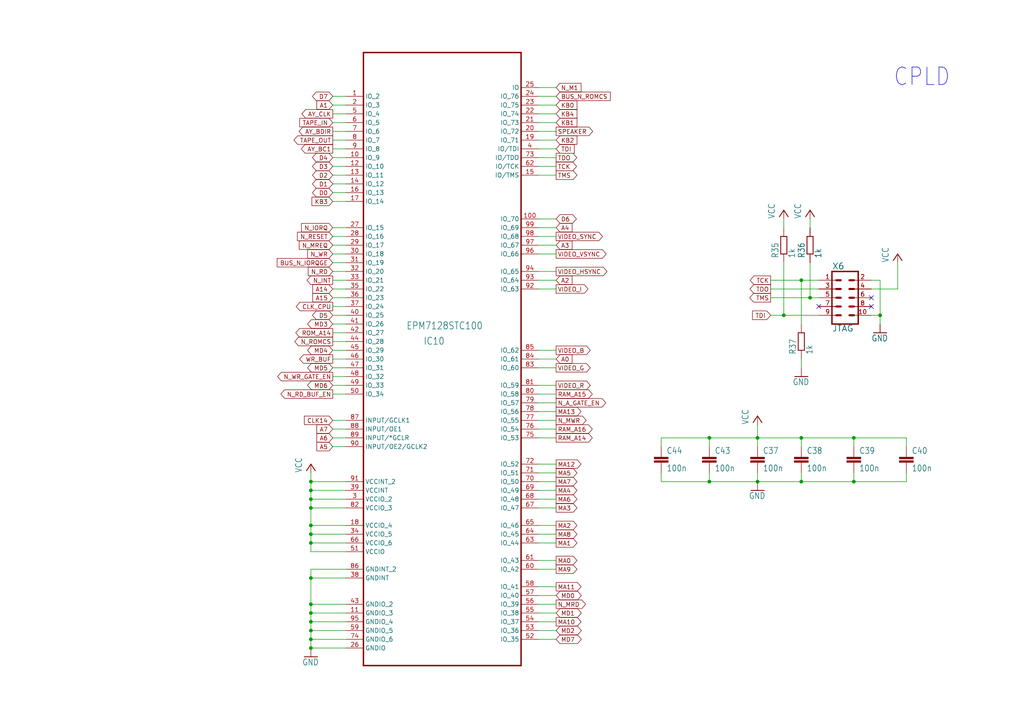
<source format=kicad_sch>
(kicad_sch (version 20230121) (generator eeschema)
  (paper "A4")
  (title_block (title "Karabas-128") (date "2023-07-26") (rev "B2") (comment 2 "Andy Karpov"))
  (lib_symbols
    (symbol "karabas_128-eagle-import:C-EUC0805"
      (property "Reference" "C" (at 1.524 0.381 0))
      (symbol "C-EUC0805_1_0"
        (rectangle (start -2.032 -2.032) (end 2.032 -1.524) (fill (type outline)))
        (rectangle (start -2.032 -1.016) (end 2.032 -0.508) (fill (type outline)))
        (polyline (pts (xy 0 -2.54) (xy 0 -2.032)) (stroke (width 0.1524)))
        (polyline (pts (xy 0 0) (xy 0 -0.508)) (stroke (width 0.1524)))
        (pin passive line (at 0 2.54 270) (length 2.54) (name "1") (number "1"))
        (pin passive line (at 0 -5.08 90) (length 2.54) (name "2") (number "2"))
      )
    )
    (symbol "karabas_128-eagle-import:CONN_05X2SHD"
      (property "Reference" "J" (at -3.81 8.128 0))
      (symbol "CONN_05X2SHD_1_0"
        (polyline (pts (xy -3.81 7.62) (xy -3.81 -7.62)) (stroke (width 0.4064)))
        (polyline (pts (xy -3.81 7.62) (xy 3.81 7.62)) (stroke (width 0.4064)))
        (polyline (pts (xy -1.27 -5.08) (xy -2.54 -5.08)) (stroke (width 0.6096)))
        (polyline (pts (xy -1.27 -2.54) (xy -2.54 -2.54)) (stroke (width 0.6096)))
        (polyline (pts (xy -1.27 0) (xy -2.54 0)) (stroke (width 0.6096)))
        (polyline (pts (xy -1.27 2.54) (xy -2.54 2.54)) (stroke (width 0.6096)))
        (polyline (pts (xy -1.27 5.08) (xy -2.54 5.08)) (stroke (width 0.6096)))
        (polyline (pts (xy 1.27 -5.08) (xy 2.54 -5.08)) (stroke (width 0.6096)))
        (polyline (pts (xy 1.27 -2.54) (xy 2.54 -2.54)) (stroke (width 0.6096)))
        (polyline (pts (xy 1.27 0) (xy 2.54 0)) (stroke (width 0.6096)))
        (polyline (pts (xy 1.27 2.54) (xy 2.54 2.54)) (stroke (width 0.6096)))
        (polyline (pts (xy 1.27 5.08) (xy 2.54 5.08)) (stroke (width 0.6096)))
        (polyline (pts (xy 3.81 -7.62) (xy -3.81 -7.62)) (stroke (width 0.4064)))
        (polyline (pts (xy 3.81 -7.62) (xy 3.81 7.62)) (stroke (width 0.4064)))
        (pin passive line (at -7.62 5.08 0) (length 5.08) (name "1") (number "1"))
        (pin passive line (at 7.62 -5.08 180) (length 5.08) (name "10") (number "10"))
        (pin passive line (at 7.62 5.08 180) (length 5.08) (name "2") (number "2"))
        (pin passive line (at -7.62 2.54 0) (length 5.08) (name "3") (number "3"))
        (pin passive line (at 7.62 2.54 180) (length 5.08) (name "4") (number "4"))
        (pin passive line (at -7.62 0 0) (length 5.08) (name "5") (number "5"))
        (pin passive line (at 7.62 0 180) (length 5.08) (name "6") (number "6"))
        (pin passive line (at -7.62 -2.54 0) (length 5.08) (name "7") (number "7"))
        (pin passive line (at 7.62 -2.54 180) (length 5.08) (name "8") (number "8"))
        (pin passive line (at -7.62 -5.08 0) (length 5.08) (name "9") (number "9"))
      )
    )
    (symbol "karabas_128-eagle-import:EPM7128STC100-15N"
      (property "Reference" "U" (at -5.5118 87.9094 0))
      (symbol "EPM7128STC100-15N_1_0"
        (polyline (pts (xy -22.86 -91.44) (xy 22.86 -91.44)) (stroke (width 0.4064)))
        (polyline (pts (xy -22.86 86.36) (xy -22.86 -91.44)) (stroke (width 0.4064)))
        (polyline (pts (xy 22.86 -91.44) (xy 22.86 86.36)) (stroke (width 0.4064)))
        (polyline (pts (xy 22.86 86.36) (xy -22.86 86.36)) (stroke (width 0.4064)))
        (pin bidirectional line (at -27.94 73.66 0) (length 5.08) (name "IO_2") (number "1"))
        (pin bidirectional line (at -27.94 55.88 0) (length 5.08) (name "IO_9") (number "10"))
        (pin bidirectional line (at 27.94 38.1 180) (length 5.08) (name "IO_70") (number "100"))
        (pin passive line (at -27.94 -76.2 0) (length 5.08) (name "GNDIO_3") (number "11"))
        (pin bidirectional line (at -27.94 53.34 0) (length 5.08) (name "IO_10") (number "12"))
        (pin bidirectional line (at -27.94 50.8 0) (length 5.08) (name "IO_11") (number "13"))
        (pin bidirectional line (at -27.94 48.26 0) (length 5.08) (name "IO_12") (number "14"))
        (pin bidirectional line (at 27.94 50.8 180) (length 5.08) (name "IO/TMS") (number "15"))
        (pin bidirectional line (at -27.94 45.72 0) (length 5.08) (name "IO_13") (number "16"))
        (pin bidirectional line (at -27.94 43.18 0) (length 5.08) (name "IO_14") (number "17"))
        (pin power_in line (at -27.94 -50.8 0) (length 5.08) (name "VCCIO_4") (number "18"))
        (pin bidirectional line (at 27.94 60.96 180) (length 5.08) (name "IO_71") (number "19"))
        (pin bidirectional line (at -27.94 71.12 0) (length 5.08) (name "IO_3") (number "2"))
        (pin bidirectional line (at 27.94 63.5 180) (length 5.08) (name "IO_72") (number "20"))
        (pin bidirectional line (at 27.94 66.04 180) (length 5.08) (name "IO_73") (number "21"))
        (pin bidirectional line (at 27.94 68.58 180) (length 5.08) (name "IO_74") (number "22"))
        (pin bidirectional line (at 27.94 71.12 180) (length 5.08) (name "IO_75") (number "23"))
        (pin bidirectional line (at 27.94 73.66 180) (length 5.08) (name "IO_76") (number "24"))
        (pin bidirectional line (at 27.94 76.2 180) (length 5.08) (name "IO") (number "25"))
        (pin passive line (at -27.94 -86.36 0) (length 5.08) (name "GNDIO") (number "26"))
        (pin bidirectional line (at -27.94 35.56 0) (length 5.08) (name "IO_15") (number "27"))
        (pin bidirectional line (at -27.94 33.02 0) (length 5.08) (name "IO_16") (number "28"))
        (pin bidirectional line (at -27.94 30.48 0) (length 5.08) (name "IO_17") (number "29"))
        (pin power_in line (at -27.94 -43.18 0) (length 5.08) (name "VCCIO_2") (number "3"))
        (pin bidirectional line (at -27.94 27.94 0) (length 5.08) (name "IO_18") (number "30"))
        (pin bidirectional line (at -27.94 25.4 0) (length 5.08) (name "IO_19") (number "31"))
        (pin bidirectional line (at -27.94 22.86 0) (length 5.08) (name "IO_20") (number "32"))
        (pin bidirectional line (at -27.94 20.32 0) (length 5.08) (name "IO_21") (number "33"))
        (pin power_in line (at -27.94 -53.34 0) (length 5.08) (name "VCCIO_5") (number "34"))
        (pin bidirectional line (at -27.94 17.78 0) (length 5.08) (name "IO_22") (number "35"))
        (pin bidirectional line (at -27.94 15.24 0) (length 5.08) (name "IO_23") (number "36"))
        (pin bidirectional line (at -27.94 12.7 0) (length 5.08) (name "IO_24") (number "37"))
        (pin passive line (at -27.94 -66.04 0) (length 5.08) (name "GNDINT") (number "38"))
        (pin power_in line (at -27.94 -40.64 0) (length 5.08) (name "VCCINT") (number "39"))
        (pin bidirectional line (at 27.94 58.42 180) (length 5.08) (name "IO/TDI") (number "4"))
        (pin bidirectional line (at -27.94 10.16 0) (length 5.08) (name "IO_25") (number "40"))
        (pin bidirectional line (at -27.94 7.62 0) (length 5.08) (name "IO_26") (number "41"))
        (pin bidirectional line (at -27.94 5.08 0) (length 5.08) (name "IO_27") (number "42"))
        (pin passive line (at -27.94 -73.66 0) (length 5.08) (name "GNDIO_2") (number "43"))
        (pin bidirectional line (at -27.94 2.54 0) (length 5.08) (name "IO_28") (number "44"))
        (pin bidirectional line (at -27.94 0 0) (length 5.08) (name "IO_29") (number "45"))
        (pin bidirectional line (at -27.94 -2.54 0) (length 5.08) (name "IO_30") (number "46"))
        (pin bidirectional line (at -27.94 -5.08 0) (length 5.08) (name "IO_31") (number "47"))
        (pin bidirectional line (at -27.94 -7.62 0) (length 5.08) (name "IO_32") (number "48"))
        (pin bidirectional line (at -27.94 -10.16 0) (length 5.08) (name "IO_33") (number "49"))
        (pin bidirectional line (at -27.94 68.58 0) (length 5.08) (name "IO_4") (number "5"))
        (pin bidirectional line (at -27.94 -12.7 0) (length 5.08) (name "IO_34") (number "50"))
        (pin power_in line (at -27.94 -58.42 0) (length 5.08) (name "VCCIO") (number "51"))
        (pin bidirectional line (at 27.94 -83.82 180) (length 5.08) (name "IO_35") (number "52"))
        (pin bidirectional line (at 27.94 -81.28 180) (length 5.08) (name "IO_36") (number "53"))
        (pin bidirectional line (at 27.94 -78.74 180) (length 5.08) (name "IO_37") (number "54"))
        (pin bidirectional line (at 27.94 -76.2 180) (length 5.08) (name "IO_38") (number "55"))
        (pin bidirectional line (at 27.94 -73.66 180) (length 5.08) (name "IO_39") (number "56"))
        (pin bidirectional line (at 27.94 -71.12 180) (length 5.08) (name "IO_40") (number "57"))
        (pin bidirectional line (at 27.94 -68.58 180) (length 5.08) (name "IO_41") (number "58"))
        (pin passive line (at -27.94 -81.28 0) (length 5.08) (name "GNDIO_5") (number "59"))
        (pin bidirectional line (at -27.94 66.04 0) (length 5.08) (name "IO_5") (number "6"))
        (pin bidirectional line (at 27.94 -63.5 180) (length 5.08) (name "IO_42") (number "60"))
        (pin bidirectional line (at 27.94 -60.96 180) (length 5.08) (name "IO_43") (number "61"))
        (pin bidirectional line (at 27.94 53.34 180) (length 5.08) (name "IO/TCK") (number "62"))
        (pin bidirectional line (at 27.94 -55.88 180) (length 5.08) (name "IO_44") (number "63"))
        (pin bidirectional line (at 27.94 -53.34 180) (length 5.08) (name "IO_45") (number "64"))
        (pin bidirectional line (at 27.94 -50.8 180) (length 5.08) (name "IO_46") (number "65"))
        (pin power_in line (at -27.94 -55.88 0) (length 5.08) (name "VCCIO_6") (number "66"))
        (pin bidirectional line (at 27.94 -45.72 180) (length 5.08) (name "IO_47") (number "67"))
        (pin bidirectional line (at 27.94 -43.18 180) (length 5.08) (name "IO_48") (number "68"))
        (pin bidirectional line (at 27.94 -40.64 180) (length 5.08) (name "IO_49") (number "69"))
        (pin bidirectional line (at -27.94 63.5 0) (length 5.08) (name "IO_6") (number "7"))
        (pin bidirectional line (at 27.94 -38.1 180) (length 5.08) (name "IO_50") (number "70"))
        (pin bidirectional line (at 27.94 -35.56 180) (length 5.08) (name "IO_51") (number "71"))
        (pin bidirectional line (at 27.94 -33.02 180) (length 5.08) (name "IO_52") (number "72"))
        (pin bidirectional line (at 27.94 55.88 180) (length 5.08) (name "IO/TDO") (number "73"))
        (pin passive line (at -27.94 -83.82 0) (length 5.08) (name "GNDIO_6") (number "74"))
        (pin bidirectional line (at 27.94 -25.4 180) (length 5.08) (name "IO_53") (number "75"))
        (pin bidirectional line (at 27.94 -22.86 180) (length 5.08) (name "IO_54") (number "76"))
        (pin bidirectional line (at 27.94 -20.32 180) (length 5.08) (name "IO_55") (number "77"))
        (pin bidirectional line (at 27.94 -17.78 180) (length 5.08) (name "IO_56") (number "78"))
        (pin bidirectional line (at 27.94 -15.24 180) (length 5.08) (name "IO_57") (number "79"))
        (pin bidirectional line (at -27.94 60.96 0) (length 5.08) (name "IO_7") (number "8"))
        (pin bidirectional line (at 27.94 -12.7 180) (length 5.08) (name "IO_58") (number "80"))
        (pin bidirectional line (at 27.94 -10.16 180) (length 5.08) (name "IO_59") (number "81"))
        (pin power_in line (at -27.94 -45.72 0) (length 5.08) (name "VCCIO_3") (number "82"))
        (pin bidirectional line (at 27.94 -5.08 180) (length 5.08) (name "IO_60") (number "83"))
        (pin bidirectional line (at 27.94 -2.54 180) (length 5.08) (name "IO_61") (number "84"))
        (pin bidirectional line (at 27.94 0 180) (length 5.08) (name "IO_62") (number "85"))
        (pin passive line (at -27.94 -63.5 0) (length 5.08) (name "GNDINT_2") (number "86"))
        (pin input line (at -27.94 -20.32 0) (length 5.08) (name "INPUT/GCLK1") (number "87"))
        (pin input line (at -27.94 -22.86 0) (length 5.08) (name "INPUT/OE1") (number "88"))
        (pin input line (at -27.94 -25.4 0) (length 5.08) (name "INPUT/*GCLR") (number "89"))
        (pin bidirectional line (at -27.94 58.42 0) (length 5.08) (name "IO_8") (number "9"))
        (pin input line (at -27.94 -27.94 0) (length 5.08) (name "INPUT/OE2/GCLK2") (number "90"))
        (pin power_in line (at -27.94 -38.1 0) (length 5.08) (name "VCCINT_2") (number "91"))
        (pin bidirectional line (at 27.94 17.78 180) (length 5.08) (name "IO_63") (number "92"))
        (pin bidirectional line (at 27.94 20.32 180) (length 5.08) (name "IO_64") (number "93"))
        (pin bidirectional line (at 27.94 22.86 180) (length 5.08) (name "IO_65") (number "94"))
        (pin passive line (at -27.94 -78.74 0) (length 5.08) (name "GNDIO_4") (number "95"))
        (pin bidirectional line (at 27.94 27.94 180) (length 5.08) (name "IO_66") (number "96"))
        (pin bidirectional line (at 27.94 30.48 180) (length 5.08) (name "IO_67") (number "97"))
        (pin bidirectional line (at 27.94 33.02 180) (length 5.08) (name "IO_68") (number "98"))
        (pin bidirectional line (at 27.94 35.56 180) (length 5.08) (name "IO_69") (number "99"))
      )
    )
    (symbol "karabas_128-eagle-import:GND" (power)
      (property "Value" "GND" (at -2.54 -2.54 0))
      (symbol "GND_1_0"
        (polyline (pts (xy -1.905 0) (xy 1.905 0)) (stroke (width 0.254)))
        (pin power_in line (at 0 2.54 270) (length 2.54) (name "GND") (number "1"))
      )
    )
    (symbol "karabas_128-eagle-import:R-EU_0204/7"
      (property "Reference" "R" (at -3.81 1.4986 0))
      (symbol "R-EU_0204/7_1_0"
        (polyline (pts (xy -2.54 -0.889) (xy -2.54 0.889)) (stroke (width 0.254)))
        (polyline (pts (xy -2.54 -0.889) (xy 2.54 -0.889)) (stroke (width 0.254)))
        (polyline (pts (xy 2.54 -0.889) (xy 2.54 0.889)) (stroke (width 0.254)))
        (polyline (pts (xy 2.54 0.889) (xy -2.54 0.889)) (stroke (width 0.254)))
        (pin passive line (at -5.08 0 0) (length 2.54) (name "1") (number "1"))
        (pin passive line (at 5.08 0 180) (length 2.54) (name "2") (number "2"))
      )
    )
    (symbol "karabas_128-eagle-import:VCC" (power)
      (property "Value" "VCC" (at -2.54 -2.54 90))
      (symbol "VCC_1_0"
        (polyline (pts (xy 0 0) (xy -1.27 -1.905)) (stroke (width 0.254)))
        (polyline (pts (xy 1.27 -1.905) (xy 0 0)) (stroke (width 0.254)))
        (pin power_in line (at 0 -2.54 90) (length 2.54) (name "VCC") (number "1"))
      )
    )
  )
  (junction (at 90.17 187.96))
  (junction (at 255.27 91.44))
  (junction (at 232.41 139.7))
  (junction (at 90.17 175.26))
  (junction (at 227.33 91.44))
  (junction (at 90.17 182.88))
  (junction (at 90.17 167.64))
  (junction (at 232.41 81.28))
  (junction (at 90.17 157.48))
  (junction (at 90.17 185.42))
  (junction (at 205.74 127))
  (junction (at 247.65 127))
  (junction (at 90.17 142.24))
  (junction (at 232.41 127))
  (junction (at 234.95 86.36))
  (junction (at 90.17 139.7))
  (junction (at 90.17 144.78))
  (junction (at 90.17 177.8))
  (junction (at 205.74 139.7))
  (junction (at 90.17 180.34))
  (junction (at 90.17 147.32))
  (junction (at 219.71 127))
  (junction (at 219.71 139.7))
  (junction (at 90.17 152.4))
  (junction (at 247.65 139.7))
  (junction (at 90.17 154.94))
  (no_connect (at 237.49 88.9))
  (no_connect (at 252.73 86.36))
  (no_connect (at 252.73 88.9))
  (wire (pts (xy 100.33 50.8) (xy 96.52 50.8)))
  (wire (pts (xy 234.95 76.2) (xy 234.95 86.36)) (stroke (width 0.1524)))
  (wire (pts (xy 100.33 129.54) (xy 96.52 129.54)))
  (wire (pts (xy 161.29 154.94) (xy 156.21 154.94)))
  (wire (pts (xy 90.17 165.1) (xy 90.17 167.64)) (stroke (width 0.1524)))
  (wire (pts (xy 255.27 91.44) (xy 255.27 93.98)) (stroke (width 0.1524)))
  (wire (pts (xy 100.33 55.88) (xy 96.52 55.88)))
  (wire (pts (xy 90.17 142.24) (xy 90.17 139.7)) (stroke (width 0.1524)))
  (wire (pts (xy 247.65 139.7) (xy 232.41 139.7)) (stroke (width 0.1524)))
  (wire (pts (xy 100.33 144.78) (xy 90.17 144.78)) (stroke (width 0.1524)))
  (wire (pts (xy 161.29 38.1) (xy 156.21 38.1)))
  (wire (pts (xy 161.29 101.6) (xy 156.21 101.6)))
  (wire (pts (xy 100.33 81.28) (xy 96.52 81.28)))
  (wire (pts (xy 232.41 137.16) (xy 232.41 139.7)) (stroke (width 0.1524)))
  (wire (pts (xy 223.52 83.82) (xy 237.49 83.82)) (stroke (width 0.1524)))
  (wire (pts (xy 232.41 81.28) (xy 237.49 81.28)) (stroke (width 0.1524)))
  (wire (pts (xy 161.29 106.68) (xy 156.21 106.68)))
  (wire (pts (xy 161.29 45.72) (xy 156.21 45.72)))
  (wire (pts (xy 161.29 25.4) (xy 156.21 25.4)))
  (wire (pts (xy 161.29 30.48) (xy 156.21 30.48)))
  (wire (pts (xy 100.33 91.44) (xy 96.52 91.44)))
  (wire (pts (xy 161.29 33.02) (xy 156.21 33.02)))
  (wire (pts (xy 100.33 109.22) (xy 96.52 109.22)))
  (wire (pts (xy 100.33 33.02) (xy 96.52 33.02)))
  (wire (pts (xy 100.33 27.94) (xy 96.52 27.94)))
  (wire (pts (xy 232.41 127) (xy 219.71 127)) (stroke (width 0.1524)))
  (wire (pts (xy 100.33 78.74) (xy 96.52 78.74)))
  (wire (pts (xy 161.29 48.26) (xy 156.21 48.26)))
  (wire (pts (xy 205.74 127) (xy 219.71 127)) (stroke (width 0.1524)))
  (wire (pts (xy 161.29 111.76) (xy 156.21 111.76)))
  (wire (pts (xy 100.33 182.88) (xy 90.17 182.88)) (stroke (width 0.1524)))
  (wire (pts (xy 100.33 86.36) (xy 96.52 86.36)))
  (wire (pts (xy 100.33 96.52) (xy 96.52 96.52)))
  (wire (pts (xy 90.17 185.42) (xy 90.17 187.96)) (stroke (width 0.1524)))
  (wire (pts (xy 252.73 81.28) (xy 255.27 81.28)) (stroke (width 0.1524)))
  (wire (pts (xy 247.65 137.16) (xy 247.65 139.7)) (stroke (width 0.1524)))
  (wire (pts (xy 161.29 81.28) (xy 156.21 81.28)))
  (wire (pts (xy 205.74 139.7) (xy 219.71 139.7)))
  (wire (pts (xy 227.33 66.04) (xy 227.33 63.5)) (stroke (width 0.1524)))
  (wire (pts (xy 227.33 91.44) (xy 237.49 91.44)) (stroke (width 0.1524)))
  (wire (pts (xy 234.95 86.36) (xy 237.49 86.36)) (stroke (width 0.1524)))
  (wire (pts (xy 100.33 139.7) (xy 90.17 139.7)) (stroke (width 0.1524)))
  (wire (pts (xy 100.33 99.06) (xy 96.52 99.06)))
  (wire (pts (xy 100.33 154.94) (xy 90.17 154.94)) (stroke (width 0.1524)))
  (wire (pts (xy 100.33 165.1) (xy 90.17 165.1)) (stroke (width 0.1524)))
  (wire (pts (xy 100.33 93.98) (xy 96.52 93.98)))
  (wire (pts (xy 161.29 175.26) (xy 156.21 175.26)))
  (wire (pts (xy 161.29 121.92) (xy 156.21 121.92)))
  (wire (pts (xy 100.33 101.6) (xy 96.52 101.6)))
  (wire (pts (xy 161.29 40.64) (xy 156.21 40.64)))
  (wire (pts (xy 100.33 187.96) (xy 90.17 187.96)) (stroke (width 0.1524)))
  (wire (pts (xy 161.29 172.72) (xy 156.21 172.72)))
  (wire (pts (xy 161.29 157.48) (xy 156.21 157.48)))
  (wire (pts (xy 161.29 68.58) (xy 156.21 68.58)))
  (wire (pts (xy 100.33 45.72) (xy 96.52 45.72)))
  (wire (pts (xy 161.29 73.66) (xy 156.21 73.66)))
  (wire (pts (xy 262.89 137.16) (xy 262.89 139.7)) (stroke (width 0.1524)))
  (wire (pts (xy 219.71 123.19) (xy 219.71 127)))
  (wire (pts (xy 191.77 139.7) (xy 205.74 139.7)))
  (wire (pts (xy 100.33 147.32) (xy 90.17 147.32)) (stroke (width 0.1524)))
  (wire (pts (xy 100.33 114.3) (xy 96.52 114.3)))
  (wire (pts (xy 90.17 180.34) (xy 90.17 182.88)) (stroke (width 0.1524)))
  (wire (pts (xy 100.33 83.82) (xy 96.52 83.82)))
  (wire (pts (xy 100.33 38.1) (xy 96.52 38.1)))
  (wire (pts (xy 100.33 157.48) (xy 90.17 157.48)) (stroke (width 0.1524)))
  (wire (pts (xy 161.29 35.56) (xy 156.21 35.56)))
  (wire (pts (xy 100.33 35.56) (xy 96.52 35.56)))
  (wire (pts (xy 100.33 167.64) (xy 90.17 167.64)) (stroke (width 0.1524)))
  (wire (pts (xy 223.52 91.44) (xy 227.33 91.44)) (stroke (width 0.1524)))
  (wire (pts (xy 161.29 180.34) (xy 156.21 180.34)))
  (wire (pts (xy 219.71 137.16) (xy 219.71 139.7)) (stroke (width 0.1524)))
  (wire (pts (xy 161.29 147.32) (xy 156.21 147.32)))
  (wire (pts (xy 100.33 73.66) (xy 96.52 73.66)))
  (wire (pts (xy 161.29 127) (xy 156.21 127)))
  (wire (pts (xy 100.33 68.58) (xy 96.52 68.58)))
  (wire (pts (xy 262.89 129.54) (xy 262.89 127)) (stroke (width 0.1524)))
  (wire (pts (xy 100.33 40.64) (xy 96.52 40.64)))
  (wire (pts (xy 100.33 111.76) (xy 96.52 111.76)))
  (wire (pts (xy 90.17 175.26) (xy 90.17 177.8)) (stroke (width 0.1524)))
  (wire (pts (xy 161.29 139.7) (xy 156.21 139.7)))
  (wire (pts (xy 161.29 152.4) (xy 156.21 152.4)))
  (wire (pts (xy 90.17 182.88) (xy 90.17 185.42)) (stroke (width 0.1524)))
  (wire (pts (xy 100.33 177.8) (xy 90.17 177.8)) (stroke (width 0.1524)))
  (wire (pts (xy 100.33 58.42) (xy 96.52 58.42)))
  (wire (pts (xy 161.29 165.1) (xy 156.21 165.1)))
  (wire (pts (xy 161.29 144.78) (xy 156.21 144.78)))
  (wire (pts (xy 100.33 142.24) (xy 90.17 142.24)) (stroke (width 0.1524)))
  (wire (pts (xy 90.17 147.32) (xy 90.17 144.78)) (stroke (width 0.1524)))
  (wire (pts (xy 247.65 129.54) (xy 247.65 127)) (stroke (width 0.1524)))
  (wire (pts (xy 161.29 104.14) (xy 156.21 104.14)))
  (wire (pts (xy 100.33 180.34) (xy 90.17 180.34)) (stroke (width 0.1524)))
  (wire (pts (xy 223.52 81.28) (xy 232.41 81.28)) (stroke (width 0.1524)))
  (wire (pts (xy 90.17 137.16) (xy 90.17 139.7)))
  (wire (pts (xy 90.17 152.4) (xy 90.17 147.32)) (stroke (width 0.1524)))
  (wire (pts (xy 90.17 157.48) (xy 90.17 154.94)) (stroke (width 0.1524)))
  (wire (pts (xy 161.29 50.8) (xy 156.21 50.8)))
  (wire (pts (xy 100.33 121.92) (xy 96.52 121.92)))
  (wire (pts (xy 90.17 154.94) (xy 90.17 152.4)) (stroke (width 0.1524)))
  (wire (pts (xy 161.29 134.62) (xy 156.21 134.62)))
  (wire (pts (xy 252.73 91.44) (xy 255.27 91.44)) (stroke (width 0.1524)))
  (wire (pts (xy 234.95 66.04) (xy 234.95 63.5)) (stroke (width 0.1524)))
  (wire (pts (xy 255.27 81.28) (xy 255.27 91.44)) (stroke (width 0.1524)))
  (wire (pts (xy 100.33 185.42) (xy 90.17 185.42)) (stroke (width 0.1524)))
  (wire (pts (xy 100.33 71.12) (xy 96.52 71.12)))
  (wire (pts (xy 100.33 124.46) (xy 96.52 124.46)))
  (wire (pts (xy 100.33 48.26) (xy 96.52 48.26)))
  (wire (pts (xy 100.33 104.14) (xy 96.52 104.14)))
  (wire (pts (xy 161.29 43.18) (xy 156.21 43.18)))
  (wire (pts (xy 90.17 167.64) (xy 90.17 175.26)) (stroke (width 0.1524)))
  (wire (pts (xy 100.33 160.02) (xy 90.17 160.02)) (stroke (width 0.1524)))
  (wire (pts (xy 232.41 129.54) (xy 232.41 127)) (stroke (width 0.1524)))
  (wire (pts (xy 100.33 127) (xy 96.52 127)))
  (wire (pts (xy 161.29 185.42) (xy 156.21 185.42)))
  (wire (pts (xy 90.17 160.02) (xy 90.17 157.48)) (stroke (width 0.1524)))
  (wire (pts (xy 191.77 139.7) (xy 191.77 137.16)) (stroke (width 0.1524)))
  (wire (pts (xy 262.89 127) (xy 247.65 127)) (stroke (width 0.1524)))
  (wire (pts (xy 161.29 182.88) (xy 156.21 182.88)))
  (wire (pts (xy 161.29 78.74) (xy 156.21 78.74)))
  (wire (pts (xy 90.17 177.8) (xy 90.17 180.34)) (stroke (width 0.1524)))
  (wire (pts (xy 232.41 139.7) (xy 219.71 139.7)) (stroke (width 0.1524)))
  (wire (pts (xy 161.29 124.46) (xy 156.21 124.46)))
  (wire (pts (xy 205.74 139.7) (xy 205.74 137.16)) (stroke (width 0.1524)))
  (wire (pts (xy 161.29 114.3) (xy 156.21 114.3)))
  (wire (pts (xy 161.29 119.38) (xy 156.21 119.38)))
  (wire (pts (xy 161.29 63.5) (xy 156.21 63.5)))
  (wire (pts (xy 161.29 27.94) (xy 156.21 27.94)))
  (wire (pts (xy 161.29 177.8) (xy 156.21 177.8)))
  (wire (pts (xy 100.33 152.4) (xy 90.17 152.4)) (stroke (width 0.1524)))
  (wire (pts (xy 100.33 66.04) (xy 96.52 66.04)))
  (wire (pts (xy 223.52 86.36) (xy 234.95 86.36)) (stroke (width 0.1524)))
  (wire (pts (xy 100.33 88.9) (xy 96.52 88.9)))
  (wire (pts (xy 262.89 139.7) (xy 247.65 139.7)) (stroke (width 0.1524)))
  (wire (pts (xy 232.41 93.98) (xy 232.41 81.28)) (stroke (width 0.1524)))
  (wire (pts (xy 100.33 106.68) (xy 96.52 106.68)))
  (wire (pts (xy 252.73 83.82) (xy 260.35 83.82)) (stroke (width 0.1524)))
  (wire (pts (xy 100.33 53.34) (xy 96.52 53.34)))
  (wire (pts (xy 191.77 127) (xy 205.74 127)) (stroke (width 0.1524)))
  (wire (pts (xy 161.29 137.16) (xy 156.21 137.16)))
  (wire (pts (xy 247.65 127) (xy 232.41 127)) (stroke (width 0.1524)))
  (wire (pts (xy 100.33 30.48) (xy 96.52 30.48)))
  (wire (pts (xy 227.33 76.2) (xy 227.33 91.44)) (stroke (width 0.1524)))
  (wire (pts (xy 100.33 43.18) (xy 96.52 43.18)))
  (wire (pts (xy 161.29 142.24) (xy 156.21 142.24)))
  (wire (pts (xy 161.29 71.12) (xy 156.21 71.12)))
  (wire (pts (xy 191.77 129.54) (xy 191.77 127)) (stroke (width 0.1524)))
  (wire (pts (xy 260.35 83.82) (xy 260.35 76.2)) (stroke (width 0.1524)))
  (wire (pts (xy 161.29 83.82) (xy 156.21 83.82)))
  (wire (pts (xy 161.29 170.18) (xy 156.21 170.18)))
  (wire (pts (xy 232.41 106.68) (xy 232.41 104.14)) (stroke (width 0.1524)))
  (wire (pts (xy 90.17 144.78) (xy 90.17 142.24)) (stroke (width 0.1524)))
  (wire (pts (xy 161.29 66.04) (xy 156.21 66.04)))
  (wire (pts (xy 161.29 162.56) (xy 156.21 162.56)))
  (wire (pts (xy 100.33 175.26) (xy 90.17 175.26)) (stroke (width 0.1524)))
  (wire (pts (xy 100.33 76.2) (xy 96.52 76.2)))
  (wire (pts (xy 219.71 127) (xy 219.71 129.54)) (stroke (width 0.1524)))
  (wire (pts (xy 205.74 129.54) (xy 205.74 127)) (stroke (width 0.1524)))
  (wire (pts (xy 161.29 116.84) (xy 156.21 116.84)))
  (text "CPLD" (at 259.08 25.4 0) (effects (font (size 5.08 4.318)) (justify left bottom)))
  (global_label "MD0" (shape bidirectional) (at 161.29 172.72 0) (effects (font (size 1.2446 1.2446))) (property "Intersheetrefs" "${INTERSHEET_REFS}" (effects hide)))
  (global_label "A15" (shape input) (at 96.52 86.36 180) (effects (font (size 1.2446 1.2446))) (property "Intersheetrefs" "${INTERSHEET_REFS}" (effects hide)))
  (global_label "RAM_A16" (shape output) (at 161.29 124.46 0) (effects (font (size 1.2446 1.2446))) (property "Intersheetrefs" "${INTERSHEET_REFS}" (effects hide)))
  (global_label "MD4" (shape bidirectional) (at 96.52 101.6 180) (effects (font (size 1.2446 1.2446))) (property "Intersheetrefs" "${INTERSHEET_REFS}" (effects hide)))
  (global_label "AY_BC1" (shape output) (at 96.52 43.18 180) (effects (font (size 1.2446 1.2446))) (property "Intersheetrefs" "${INTERSHEET_REFS}" (effects hide)))
  (global_label "N_A_GATE_EN" (shape output) (at 161.29 116.84 0) (effects (font (size 1.2446 1.2446))) (property "Intersheetrefs" "${INTERSHEET_REFS}" (effects hide)))
  (global_label "A3" (shape input) (at 161.29 71.12 0) (effects (font (size 1.2446 1.2446))) (property "Intersheetrefs" "${INTERSHEET_REFS}" (effects hide)))
  (global_label "BUS_N_IORQGE" (shape input) (at 96.52 76.2 180) (effects (font (size 1.2446 1.2446))) (property "Intersheetrefs" "${INTERSHEET_REFS}" (effects hide)))
  (global_label "N_ROMCS" (shape output) (at 96.52 99.06 180) (effects (font (size 1.2446 1.2446))) (property "Intersheetrefs" "${INTERSHEET_REFS}" (effects hide)))
  (global_label "D3" (shape bidirectional) (at 96.52 48.26 180) (effects (font (size 1.2446 1.2446))) (property "Intersheetrefs" "${INTERSHEET_REFS}" (effects hide)))
  (global_label "TCK" (shape output) (at 223.52 81.28 180) (property "Intersheetrefs" "${INTERSHEET_REFS}" (effects hide)))
  (global_label "TDO" (shape output) (at 223.52 83.82 180) (property "Intersheetrefs" "${INTERSHEET_REFS}" (effects hide)))
  (global_label "KB2" (shape input) (at 161.29 40.64 0) (effects (font (size 1.2446 1.2446))) (property "Intersheetrefs" "${INTERSHEET_REFS}" (effects hide)))
  (global_label "N_MRD" (shape output) (at 161.29 175.26 0) (effects (font (size 1.2446 1.2446))) (property "Intersheetrefs" "${INTERSHEET_REFS}" (effects hide)))
  (global_label "MA2" (shape output) (at 161.29 152.4 0) (effects (font (size 1.2446 1.2446))) (property "Intersheetrefs" "${INTERSHEET_REFS}" (effects hide)))
  (global_label "TDI" (shape input) (at 161.29 43.18 0) (property "Intersheetrefs" "${INTERSHEET_REFS}" (effects hide)))
  (global_label "VIDEO_SYNC" (shape output) (at 161.29 68.58 0) (effects (font (size 1.2446 1.2446))) (property "Intersheetrefs" "${INTERSHEET_REFS}" (effects hide)))
  (global_label "MD3" (shape bidirectional) (at 96.52 93.98 180) (effects (font (size 1.2446 1.2446))) (property "Intersheetrefs" "${INTERSHEET_REFS}" (effects hide)))
  (global_label "N_RESET" (shape input) (at 96.52 68.58 180) (effects (font (size 1.2446 1.2446))) (property "Intersheetrefs" "${INTERSHEET_REFS}" (effects hide)))
  (global_label "MA0" (shape output) (at 161.29 162.56 0) (effects (font (size 1.2446 1.2446))) (property "Intersheetrefs" "${INTERSHEET_REFS}" (effects hide)))
  (global_label "N_RD_BUF_EN" (shape output) (at 96.52 114.3 180) (effects (font (size 1.2446 1.2446))) (property "Intersheetrefs" "${INTERSHEET_REFS}" (effects hide)))
  (global_label "KB0" (shape input) (at 161.29 30.48 0) (effects (font (size 1.2446 1.2446))) (property "Intersheetrefs" "${INTERSHEET_REFS}" (effects hide)))
  (global_label "MD1" (shape bidirectional) (at 161.29 177.8 0) (effects (font (size 1.2446 1.2446))) (property "Intersheetrefs" "${INTERSHEET_REFS}" (effects hide)))
  (global_label "CLK14" (shape input) (at 96.52 121.92 180) (effects (font (size 1.2446 1.2446))) (property "Intersheetrefs" "${INTERSHEET_REFS}" (effects hide)))
  (global_label "VIDEO_R" (shape output) (at 161.29 111.76 0) (effects (font (size 1.2446 1.2446))) (property "Intersheetrefs" "${INTERSHEET_REFS}" (effects hide)))
  (global_label "MA6" (shape output) (at 161.29 144.78 0) (effects (font (size 1.2446 1.2446))) (property "Intersheetrefs" "${INTERSHEET_REFS}" (effects hide)))
  (global_label "N_M1" (shape input) (at 161.29 25.4 0) (effects (font (size 1.2446 1.2446))) (property "Intersheetrefs" "${INTERSHEET_REFS}" (effects hide)))
  (global_label "KB4" (shape input) (at 161.29 33.02 0) (effects (font (size 1.2446 1.2446))) (property "Intersheetrefs" "${INTERSHEET_REFS}" (effects hide)))
  (global_label "N_WR_GATE_EN" (shape output) (at 96.52 109.22 180) (effects (font (size 1.2446 1.2446))) (property "Intersheetrefs" "${INTERSHEET_REFS}" (effects hide)))
  (global_label "D7" (shape bidirectional) (at 96.52 27.94 180) (effects (font (size 1.2446 1.2446))) (property "Intersheetrefs" "${INTERSHEET_REFS}" (effects hide)))
  (global_label "VIDEO_I" (shape output) (at 161.29 83.82 0) (effects (font (size 1.2446 1.2446))) (property "Intersheetrefs" "${INTERSHEET_REFS}" (effects hide)))
  (global_label "MA3" (shape output) (at 161.29 147.32 0) (effects (font (size 1.2446 1.2446))) (property "Intersheetrefs" "${INTERSHEET_REFS}" (effects hide)))
  (global_label "A2" (shape input) (at 161.29 81.28 0) (effects (font (size 1.2446 1.2446))) (property "Intersheetrefs" "${INTERSHEET_REFS}" (effects hide)))
  (global_label "D1" (shape bidirectional) (at 96.52 53.34 180) (effects (font (size 1.2446 1.2446))) (property "Intersheetrefs" "${INTERSHEET_REFS}" (effects hide)))
  (global_label "N_INT" (shape output) (at 96.52 81.28 180) (effects (font (size 1.2446 1.2446))) (property "Intersheetrefs" "${INTERSHEET_REFS}" (effects hide)))
  (global_label "D2" (shape bidirectional) (at 96.52 50.8 180) (effects (font (size 1.2446 1.2446))) (property "Intersheetrefs" "${INTERSHEET_REFS}" (effects hide)))
  (global_label "TDI" (shape input) (at 223.52 91.44 180) (property "Intersheetrefs" "${INTERSHEET_REFS}" (effects hide)))
  (global_label "AY_BDIR" (shape output) (at 96.52 38.1 180) (effects (font (size 1.2446 1.2446))) (property "Intersheetrefs" "${INTERSHEET_REFS}" (effects hide)))
  (global_label "TDO" (shape output) (at 161.29 45.72 0) (property "Intersheetrefs" "${INTERSHEET_REFS}" (effects hide)))
  (global_label "TAPE_OUT" (shape output) (at 96.52 40.64 180) (effects (font (size 1.2446 1.2446))) (property "Intersheetrefs" "${INTERSHEET_REFS}" (effects hide)))
  (global_label "TMS" (shape output) (at 223.52 86.36 180) (property "Intersheetrefs" "${INTERSHEET_REFS}" (effects hide)))
  (global_label "TMS" (shape output) (at 161.29 50.8 0) (property "Intersheetrefs" "${INTERSHEET_REFS}" (effects hide)))
  (global_label "CLK_CPU" (shape output) (at 96.52 88.9 180) (effects (font (size 1.2446 1.2446))) (property "Intersheetrefs" "${INTERSHEET_REFS}" (effects hide)))
  (global_label "ROM_A14" (shape output) (at 96.52 96.52 180) (effects (font (size 1.2446 1.2446))) (property "Intersheetrefs" "${INTERSHEET_REFS}" (effects hide)))
  (global_label "AY_CLK" (shape output) (at 96.52 33.02 180) (effects (font (size 1.2446 1.2446))) (property "Intersheetrefs" "${INTERSHEET_REFS}" (effects hide)))
  (global_label "A6" (shape input) (at 96.52 127 180) (effects (font (size 1.2446 1.2446))) (property "Intersheetrefs" "${INTERSHEET_REFS}" (effects hide)))
  (global_label "MD7" (shape bidirectional) (at 161.29 185.42 0) (effects (font (size 1.2446 1.2446))) (property "Intersheetrefs" "${INTERSHEET_REFS}" (effects hide)))
  (global_label "MA9" (shape output) (at 161.29 165.1 0) (effects (font (size 1.2446 1.2446))) (property "Intersheetrefs" "${INTERSHEET_REFS}" (effects hide)))
  (global_label "MA13" (shape output) (at 161.29 119.38 0) (effects (font (size 1.2446 1.2446))) (property "Intersheetrefs" "${INTERSHEET_REFS}" (effects hide)))
  (global_label "RAM_A14" (shape output) (at 161.29 127 0) (effects (font (size 1.2446 1.2446))) (property "Intersheetrefs" "${INTERSHEET_REFS}" (effects hide)))
  (global_label "D0" (shape bidirectional) (at 96.52 55.88 180) (effects (font (size 1.2446 1.2446))) (property "Intersheetrefs" "${INTERSHEET_REFS}" (effects hide)))
  (global_label "MA4" (shape output) (at 161.29 142.24 0) (effects (font (size 1.2446 1.2446))) (property "Intersheetrefs" "${INTERSHEET_REFS}" (effects hide)))
  (global_label "VIDEO_VSYNC" (shape output) (at 161.29 73.66 0) (effects (font (size 1.2446 1.2446))) (property "Intersheetrefs" "${INTERSHEET_REFS}" (effects hide)))
  (global_label "BUS_N_ROMCS" (shape input) (at 161.29 27.94 0) (effects (font (size 1.2446 1.2446))) (property "Intersheetrefs" "${INTERSHEET_REFS}" (effects hide)))
  (global_label "A5" (shape input) (at 96.52 129.54 180) (effects (font (size 1.2446 1.2446))) (property "Intersheetrefs" "${INTERSHEET_REFS}" (effects hide)))
  (global_label "N_RD" (shape input) (at 96.52 78.74 180) (effects (font (size 1.2446 1.2446))) (property "Intersheetrefs" "${INTERSHEET_REFS}" (effects hide)))
  (global_label "MD5" (shape bidirectional) (at 96.52 106.68 180) (effects (font (size 1.2446 1.2446))) (property "Intersheetrefs" "${INTERSHEET_REFS}" (effects hide)))
  (global_label "MA1" (shape output) (at 161.29 157.48 0) (effects (font (size 1.2446 1.2446))) (property "Intersheetrefs" "${INTERSHEET_REFS}" (effects hide)))
  (global_label "MD2" (shape bidirectional) (at 161.29 182.88 0) (effects (font (size 1.2446 1.2446))) (property "Intersheetrefs" "${INTERSHEET_REFS}" (effects hide)))
  (global_label "N_MWR" (shape output) (at 161.29 121.92 0) (effects (font (size 1.2446 1.2446))) (property "Intersheetrefs" "${INTERSHEET_REFS}" (effects hide)))
  (global_label "MA5" (shape output) (at 161.29 137.16 0) (effects (font (size 1.2446 1.2446))) (property "Intersheetrefs" "${INTERSHEET_REFS}" (effects hide)))
  (global_label "SPEAKER" (shape output) (at 161.29 38.1 0) (effects (font (size 1.2446 1.2446))) (property "Intersheetrefs" "${INTERSHEET_REFS}" (effects hide)))
  (global_label "D6" (shape bidirectional) (at 161.29 63.5 0) (effects (font (size 1.2446 1.2446))) (property "Intersheetrefs" "${INTERSHEET_REFS}" (effects hide)))
  (global_label "A1" (shape input) (at 96.52 30.48 180) (effects (font (size 1.2446 1.2446))) (property "Intersheetrefs" "${INTERSHEET_REFS}" (effects hide)))
  (global_label "KB1" (shape input) (at 161.29 35.56 0) (effects (font (size 1.2446 1.2446))) (property "Intersheetrefs" "${INTERSHEET_REFS}" (effects hide)))
  (global_label "TAPE_IN" (shape input) (at 96.52 35.56 180) (effects (font (size 1.2446 1.2446))) (property "Intersheetrefs" "${INTERSHEET_REFS}" (effects hide)))
  (global_label "MA8" (shape output) (at 161.29 154.94 0) (effects (font (size 1.2446 1.2446))) (property "Intersheetrefs" "${INTERSHEET_REFS}" (effects hide)))
  (global_label "A14" (shape input) (at 96.52 83.82 180) (effects (font (size 1.2446 1.2446))) (property "Intersheetrefs" "${INTERSHEET_REFS}" (effects hide)))
  (global_label "A4" (shape input) (at 161.29 66.04 0) (effects (font (size 1.2446 1.2446))) (property "Intersheetrefs" "${INTERSHEET_REFS}" (effects hide)))
  (global_label "VIDEO_HSYNC" (shape output) (at 161.29 78.74 0) (effects (font (size 1.2446 1.2446))) (property "Intersheetrefs" "${INTERSHEET_REFS}" (effects hide)))
  (global_label "N_MREQ" (shape input) (at 96.52 71.12 180) (effects (font (size 1.2446 1.2446))) (property "Intersheetrefs" "${INTERSHEET_REFS}" (effects hide)))
  (global_label "MA7" (shape output) (at 161.29 139.7 0) (effects (font (size 1.2446 1.2446))) (property "Intersheetrefs" "${INTERSHEET_REFS}" (effects hide)))
  (global_label "MD6" (shape bidirectional) (at 96.52 111.76 180) (effects (font (size 1.2446 1.2446))) (property "Intersheetrefs" "${INTERSHEET_REFS}" (effects hide)))
  (global_label "TCK" (shape output) (at 161.29 48.26 0) (property "Intersheetrefs" "${INTERSHEET_REFS}" (effects hide)))
  (global_label "N_IORQ" (shape input) (at 96.52 66.04 180) (effects (font (size 1.2446 1.2446))) (property "Intersheetrefs" "${INTERSHEET_REFS}" (effects hide)))
  (global_label "A7" (shape input) (at 96.52 124.46 180) (effects (font (size 1.2446 1.2446))) (property "Intersheetrefs" "${INTERSHEET_REFS}" (effects hide)))
  (global_label "RAM_A15" (shape output) (at 161.29 114.3 0) (effects (font (size 1.2446 1.2446))) (property "Intersheetrefs" "${INTERSHEET_REFS}" (effects hide)))
  (global_label "D5" (shape bidirectional) (at 96.52 91.44 180) (effects (font (size 1.2446 1.2446))) (property "Intersheetrefs" "${INTERSHEET_REFS}" (effects hide)))
  (global_label "MA10" (shape output) (at 161.29 180.34 0) (effects (font (size 1.2446 1.2446))) (property "Intersheetrefs" "${INTERSHEET_REFS}" (effects hide)))
  (global_label "KB3" (shape input) (at 96.52 58.42 180) (effects (font (size 1.2446 1.2446))) (property "Intersheetrefs" "${INTERSHEET_REFS}" (effects hide)))
  (global_label "N_WR" (shape input) (at 96.52 73.66 180) (effects (font (size 1.2446 1.2446))) (property "Intersheetrefs" "${INTERSHEET_REFS}" (effects hide)))
  (global_label "VIDEO_G" (shape output) (at 161.29 106.68 0) (effects (font (size 1.2446 1.2446))) (property "Intersheetrefs" "${INTERSHEET_REFS}" (effects hide)))
  (global_label "MA11" (shape output) (at 161.29 170.18 0) (effects (font (size 1.2446 1.2446))) (property "Intersheetrefs" "${INTERSHEET_REFS}" (effects hide)))
  (global_label "A0" (shape input) (at 161.29 104.14 0) (effects (font (size 1.2446 1.2446))) (property "Intersheetrefs" "${INTERSHEET_REFS}" (effects hide)))
  (global_label "D4" (shape bidirectional) (at 96.52 45.72 180) (effects (font (size 1.2446 1.2446))) (property "Intersheetrefs" "${INTERSHEET_REFS}" (effects hide)))
  (global_label "WR_BUF" (shape output) (at 96.52 104.14 180) (effects (font (size 1.2446 1.2446))) (property "Intersheetrefs" "${INTERSHEET_REFS}" (effects hide)))
  (global_label "VIDEO_B" (shape output) (at 161.29 101.6 0) (effects (font (size 1.2446 1.2446))) (property "Intersheetrefs" "${INTERSHEET_REFS}" (effects hide)))
  (global_label "MA12" (shape output) (at 161.29 134.62 0) (effects (font (size 1.2446 1.2446))) (property "Intersheetrefs" "${INTERSHEET_REFS}" (effects hide)))
  (symbol (lib_id "karabas_128-eagle-import:R-EU_0204/7") (at 234.95 71.12 90) (unit 1)
    (property "Reference" "R36" (at 233.4514 74.93 0) (effects (font (size 1.778 1.5113)) (justify left bottom)))
    (property "Value" "1k" (at 238.252 74.93 0) (effects (font (size 1.778 1.5113)) (justify left bottom)))
    (property "Footprint" "karabas_128:0204_7" (effects hide))
  )
  (symbol (lib_id "karabas_128-eagle-import:GND") (at 219.71 142.24 0) (unit 1)
    (property "Reference" "#GND048" (effects hide))
    (property "Value" "GND" (at 217.17 144.78 0) (effects (font (size 1.778 1.5113)) (justify left bottom)))
  )
  (symbol (lib_id "karabas_128-eagle-import:C-EUC0805") (at 262.89 132.08 0) (unit 1)
    (property "Reference" "C40" (at 264.414 131.699 0) (effects (font (size 1.778 1.5113)) (justify left bottom)))
    (property "Value" "100n" (at 264.414 136.779 0) (effects (font (size 1.778 1.5113)) (justify left bottom)))
    (property "Footprint" "karabas_128:C0805" (effects hide))
  )
  (symbol (lib_id "karabas_128-eagle-import:VCC") (at 219.71 120.65 0) (unit 1)
    (property "Reference" "#P+027" (effects hide))
    (property "Value" "VCC" (at 217.17 123.19 90) (effects (font (size 1.778 1.5113)) (justify left bottom)))
  )
  (symbol (lib_id "karabas_128-eagle-import:C-EUC0805") (at 219.71 132.08 0) (unit 1)
    (property "Reference" "C37" (at 221.234 131.699 0) (effects (font (size 1.778 1.5113)) (justify left bottom)))
    (property "Value" "100n" (at 221.234 136.779 0) (effects (font (size 1.778 1.5113)) (justify left bottom)))
    (property "Footprint" "karabas_128:C0805" (effects hide))
  )
  (symbol (lib_id "karabas_128-eagle-import:C-EUC0805") (at 232.41 132.08 0) (unit 1)
    (property "Reference" "C38" (at 233.934 131.699 0) (effects (font (size 1.778 1.5113)) (justify left bottom)))
    (property "Value" "100n" (at 233.934 136.779 0) (effects (font (size 1.778 1.5113)) (justify left bottom)))
    (property "Footprint" "karabas_128:C0805" (effects hide))
  )
  (symbol (lib_id "karabas_128-eagle-import:C-EUC0805") (at 205.74 132.08 0) (unit 1)
    (property "Reference" "C43" (at 207.264 131.699 0) (effects (font (size 1.778 1.5113)) (justify left bottom)))
    (property "Value" "100n" (at 207.264 136.779 0) (effects (font (size 1.778 1.5113)) (justify left bottom)))
    (property "Footprint" "karabas_128:C0805" (effects hide))
  )
  (symbol (lib_id "karabas_128-eagle-import:GND") (at 232.41 109.22 0) (unit 1)
    (property "Reference" "#GND025" (effects hide))
    (property "Value" "GND" (at 229.87 111.76 0) (effects (font (size 1.778 1.5113)) (justify left bottom)))
  )
  (symbol (lib_id "karabas_128-eagle-import:R-EU_0204/7") (at 227.33 71.12 90) (unit 1)
    (property "Reference" "R35" (at 225.8314 74.93 0) (effects (font (size 1.778 1.5113)) (justify left bottom)))
    (property "Value" "1k" (at 230.632 74.93 0) (effects (font (size 1.778 1.5113)) (justify left bottom)))
    (property "Footprint" "karabas_128:0204_7" (effects hide))
  )
  (symbol (lib_id "karabas_128-eagle-import:VCC") (at 227.33 60.96 0) (unit 1)
    (property "Reference" "#P+09" (effects hide))
    (property "Value" "VCC" (at 224.79 63.5 90) (effects (font (size 1.778 1.5113)) (justify left bottom)))
  )
  (symbol (lib_id "karabas_128-eagle-import:R-EU_0204/7") (at 232.41 99.06 90) (unit 1)
    (property "Reference" "R37" (at 230.9114 102.87 0) (effects (font (size 1.778 1.5113)) (justify left bottom)))
    (property "Value" "1k" (at 235.712 102.87 0) (effects (font (size 1.778 1.5113)) (justify left bottom)))
    (property "Footprint" "karabas_128:0204_7" (effects hide))
  )
  (symbol (lib_id "karabas_128-eagle-import:C-EUC0805") (at 191.77 132.08 0) (unit 1)
    (property "Reference" "C44" (at 193.294 131.699 0) (effects (font (size 1.778 1.5113)) (justify left bottom)))
    (property "Value" "100n" (at 193.294 136.779 0) (effects (font (size 1.778 1.5113)) (justify left bottom)))
    (property "Footprint" "karabas_128:C0805" (effects hide))
  )
  (symbol (lib_id "karabas_128-eagle-import:VCC") (at 90.17 134.62 0) (unit 1)
    (property "Reference" "#P+06" (effects hide))
    (property "Value" "VCC" (at 87.63 137.16 90) (effects (font (size 1.778 1.5113)) (justify left bottom)))
  )
  (symbol (lib_id "karabas_128-eagle-import:CONN_05X2SHD") (at 245.11 86.36 0) (unit 1)
    (property "Reference" "X6" (at 241.3 78.232 0) (effects (font (size 1.778 1.778)) (justify left bottom)))
    (property "Value" "JTAG" (at 241.3 96.266 0) (effects (font (size 1.778 1.778)) (justify left bottom)))
    (property "Footprint" "karabas_128:2X5-SHROUDED" (effects hide))
  )
  (symbol (lib_id "karabas_128-eagle-import:GND") (at 255.27 96.52 0) (unit 1)
    (property "Reference" "#GND06" (effects hide))
    (property "Value" "GND" (at 252.73 99.06 0) (effects (font (size 1.778 1.5113)) (justify left bottom)))
  )
  (symbol (lib_id "karabas_128-eagle-import:EPM7128STC100-15N") (at 128.27 101.6 0) (unit 1)
    (property "Reference" "IC10" (at 122.7582 100.0506 0) (effects (font (size 2.0828 1.7703)) (justify left bottom)))
    (property "Value" "EPM7128STC100" (at 117.8052 95.6056 0) (effects (font (size 2.0828 1.7703)) (justify left bottom)))
    (property "Footprint" "karabas_128:QFP50P1600X1600X120-100N" (effects hide))
  )
  (symbol (lib_id "karabas_128-eagle-import:GND") (at 90.17 190.5 0) (unit 1)
    (property "Reference" "#GND05" (effects hide))
    (property "Value" "GND" (at 87.63 193.04 0) (effects (font (size 1.778 1.5113)) (justify left bottom)))
  )
  (symbol (lib_id "karabas_128-eagle-import:C-EUC0805") (at 247.65 132.08 0) (unit 1)
    (property "Reference" "C39" (at 249.174 131.699 0) (effects (font (size 1.778 1.5113)) (justify left bottom)))
    (property "Value" "100n" (at 249.174 136.779 0) (effects (font (size 1.778 1.5113)) (justify left bottom)))
    (property "Footprint" "karabas_128:C0805" (effects hide))
  )
  (symbol (lib_id "karabas_128-eagle-import:VCC") (at 234.95 60.96 0) (unit 1)
    (property "Reference" "#P+019" (effects hide))
    (property "Value" "VCC" (at 232.41 63.5 90) (effects (font (size 1.778 1.5113)) (justify left bottom)))
  )
  (symbol (lib_id "karabas_128-eagle-import:VCC") (at 260.35 73.66 0) (unit 1)
    (property "Reference" "#P+018" (effects hide))
    (property "Value" "VCC" (at 257.81 76.2 90) (effects (font (size 1.778 1.5113)) (justify left bottom)))
  )
)
</source>
